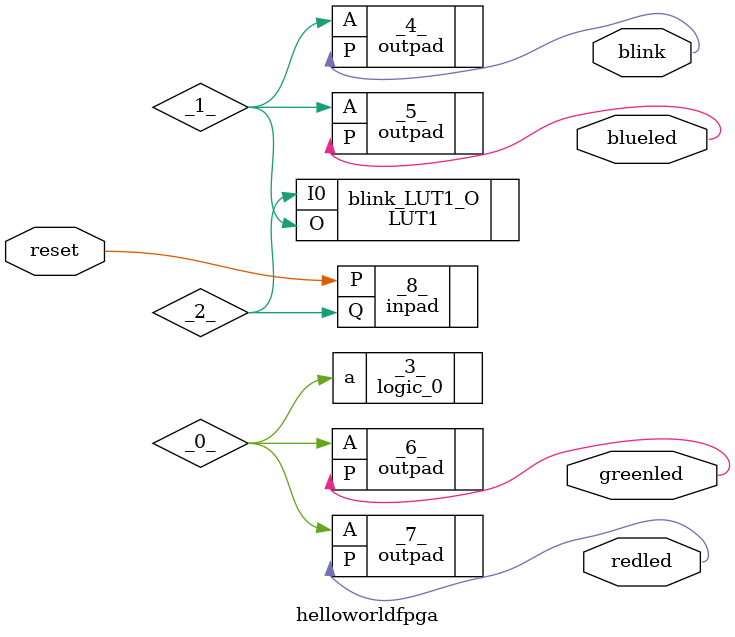
<source format=v>
/* Generated by Yosys 0.9+2406 (git sha1 ca763e6d5, gcc 12.2.0-14+deb12u1 -fPIC -Os) */

(* top =  1  *)
(* src = "/sdcard/vaman/fpga/setup/codes/input//blink_ip.v:7.1-23.10" *)
module helloworldfpga(reset, blink, redled, blueled, greenled);
  wire _0_;
  wire _1_;
  wire _2_;
  (* src = "/sdcard/vaman/fpga/setup/codes/input//blink_ip.v:10.24-10.29" *)
  output blink;
  (* src = "/sdcard/vaman/fpga/setup/codes/input//blink_ip.v:12.24-12.31" *)
  output blueled;
  (* src = "/sdcard/vaman/fpga/setup/codes/input//blink_ip.v:13.24-13.32" *)
  output greenled;
  (* src = "/sdcard/vaman/fpga/setup/codes/input//blink_ip.v:11.24-11.30" *)
  output redled;
  (* src = "/sdcard/vaman/fpga/setup/codes/input//blink_ip.v:9.23-9.28" *)
  input reset;
  logic_0 _3_ (
    .a(_0_)
  );
  (* keep = 32'd1 *)
  outpad #(
    .IO_LOC("X26Y3"),
    .IO_PAD("57"),
    .IO_TYPE("BIDIR")
  ) _4_ (
    .A(_1_),
    .P(blink)
  );
  (* keep = 32'd1 *)
  outpad #(
    .IO_LOC("X30Y32"),
    .IO_PAD("38"),
    .IO_TYPE("BIDIR")
  ) _5_ (
    .A(_1_),
    .P(blueled)
  );
  (* keep = 32'd1 *)
  outpad #(
    .IO_LOC("X24Y32"),
    .IO_PAD("39"),
    .IO_TYPE("BIDIR")
  ) _6_ (
    .A(_0_),
    .P(greenled)
  );
  (* keep = 32'd1 *)
  outpad #(
    .IO_LOC("X22Y32"),
    .IO_PAD("34"),
    .IO_TYPE("BIDIR")
  ) _7_ (
    .A(_0_),
    .P(redled)
  );
  (* keep = 32'd1 *)
  inpad #(
    .IO_LOC("X10Y32"),
    .IO_PAD("27"),
    .IO_TYPE("BIDIR")
  ) _8_ (
    .P(reset),
    .Q(_2_)
  );
  (* module_not_derived = 32'd1 *)
  (* src = "/root/symbiflow/bin/../share/yosys/quicklogic/pp3_lut_map.v:28.63-28.99" *)
  LUT1 #(
    .EQN("(I0)"),
    .INIT(1'h1)
  ) blink_LUT1_O (
    .I0(_2_),
    .O(_1_)
  );
endmodule

</source>
